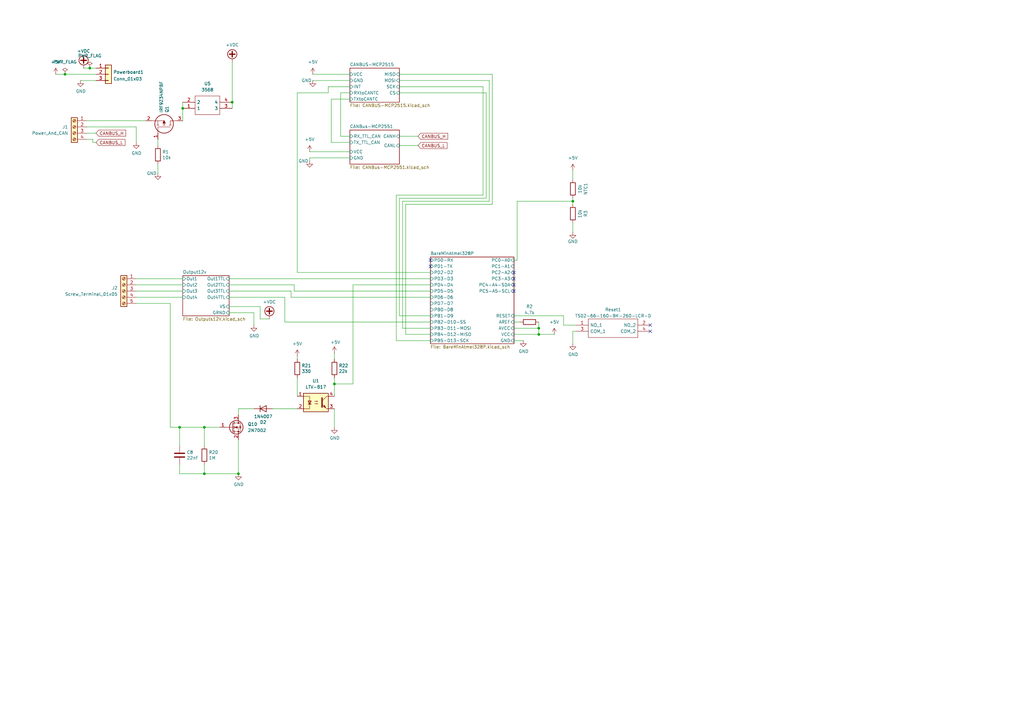
<source format=kicad_sch>
(kicad_sch (version 20231120) (generator "eeschema") (generator_version "8.0")
  (paper "A3")
  (lib_symbols
    (symbol "Connector:Screw_Terminal_01x04" (pin_names (offset 1.016) hide)
      (property "Reference" "J" (at 0 5.08 0))
      (property "Value" "Screw_Terminal_01x04" (at 0 -7.62 0))
      (symbol "Screw_Terminal_01x04_1_1"
        (rectangle (start -1.27 3.81) (end 1.27 -6.35) (stroke (width 0.254)) (fill (type background)))
        (circle (center 0 -5.08) (radius 0.635) (stroke (width 0.1524)))
        (circle (center 0 -2.54) (radius 0.635) (stroke (width 0.1524)))
        (polyline (pts (xy -0.5334 -4.7498) (xy 0.3302 -5.588)) (stroke (width 0.1524)))
        (polyline (pts (xy -0.5334 -2.2098) (xy 0.3302 -3.048)) (stroke (width 0.1524)))
        (polyline (pts (xy -0.5334 0.3302) (xy 0.3302 -0.508)) (stroke (width 0.1524)))
        (polyline (pts (xy -0.5334 2.8702) (xy 0.3302 2.032)) (stroke (width 0.1524)))
        (polyline (pts (xy -0.3556 -4.572) (xy 0.508 -5.4102)) (stroke (width 0.1524)))
        (polyline (pts (xy -0.3556 -2.032) (xy 0.508 -2.8702)) (stroke (width 0.1524)))
        (polyline (pts (xy -0.3556 0.508) (xy 0.508 -0.3302)) (stroke (width 0.1524)))
        (polyline (pts (xy -0.3556 3.048) (xy 0.508 2.2098)) (stroke (width 0.1524)))
        (circle (center 0 0) (radius 0.635) (stroke (width 0.1524)))
        (circle (center 0 2.54) (radius 0.635) (stroke (width 0.1524)))
        (pin passive line (at -5.08 2.54 0) (length 3.81) (name "Pin_1") (number "1"))
        (pin passive line (at -5.08 0 0) (length 3.81) (name "Pin_2") (number "2"))
        (pin passive line (at -5.08 -2.54 0) (length 3.81) (name "Pin_3") (number "3"))
        (pin passive line (at -5.08 -5.08 0) (length 3.81) (name "Pin_4") (number "4"))
      )
    )
    (symbol "Connector:Screw_Terminal_01x05" (pin_names (offset 1.016) hide)
      (property "Reference" "J" (at 0 7.62 0))
      (property "Value" "Screw_Terminal_01x05" (at 0 -7.62 0))
      (symbol "Screw_Terminal_01x05_1_1"
        (rectangle (start -1.27 6.35) (end 1.27 -6.35) (stroke (width 0.254)) (fill (type background)))
        (circle (center 0 -5.08) (radius 0.635) (stroke (width 0.1524)))
        (circle (center 0 -2.54) (radius 0.635) (stroke (width 0.1524)))
        (polyline (pts (xy -0.5334 -4.7498) (xy 0.3302 -5.588)) (stroke (width 0.1524)))
        (polyline (pts (xy -0.5334 -2.2098) (xy 0.3302 -3.048)) (stroke (width 0.1524)))
        (polyline (pts (xy -0.5334 0.3302) (xy 0.3302 -0.508)) (stroke (width 0.1524)))
        (polyline (pts (xy -0.5334 2.8702) (xy 0.3302 2.032)) (stroke (width 0.1524)))
        (polyline (pts (xy -0.5334 5.4102) (xy 0.3302 4.572)) (stroke (width 0.1524)))
        (polyline (pts (xy -0.3556 -4.572) (xy 0.508 -5.4102)) (stroke (width 0.1524)))
        (polyline (pts (xy -0.3556 -2.032) (xy 0.508 -2.8702)) (stroke (width 0.1524)))
        (polyline (pts (xy -0.3556 0.508) (xy 0.508 -0.3302)) (stroke (width 0.1524)))
        (polyline (pts (xy -0.3556 3.048) (xy 0.508 2.2098)) (stroke (width 0.1524)))
        (polyline (pts (xy -0.3556 5.588) (xy 0.508 4.7498)) (stroke (width 0.1524)))
        (circle (center 0 0) (radius 0.635) (stroke (width 0.1524)))
        (circle (center 0 2.54) (radius 0.635) (stroke (width 0.1524)))
        (circle (center 0 5.08) (radius 0.635) (stroke (width 0.1524)))
        (pin passive line (at -5.08 5.08 0) (length 3.81) (name "Pin_1") (number "1"))
        (pin passive line (at -5.08 2.54 0) (length 3.81) (name "Pin_2") (number "2"))
        (pin passive line (at -5.08 0 0) (length 3.81) (name "Pin_3") (number "3"))
        (pin passive line (at -5.08 -2.54 0) (length 3.81) (name "Pin_4") (number "4"))
        (pin passive line (at -5.08 -5.08 0) (length 3.81) (name "Pin_5") (number "5"))
      )
    )
    (symbol "Connector_Generic:Conn_01x03" (pin_names (offset 1.016) hide)
      (property "Reference" "J" (at 0 5.08 0))
      (property "Value" "Conn_01x03" (at 0 -5.08 0))
      (symbol "Conn_01x03_1_1"
        (rectangle (start -1.27 -2.413) (end 0 -2.667) (stroke (width 0.1524)))
        (rectangle (start -1.27 0.127) (end 0 -0.127) (stroke (width 0.1524)))
        (rectangle (start -1.27 2.667) (end 0 2.413) (stroke (width 0.1524)))
        (rectangle (start -1.27 3.81) (end 1.27 -3.81) (stroke (width 0.254)) (fill (type background)))
        (pin passive line (at -5.08 2.54 0) (length 3.81) (name "Pin_1") (number "1"))
        (pin passive line (at -5.08 0 0) (length 3.81) (name "Pin_2") (number "2"))
        (pin passive line (at -5.08 -2.54 0) (length 3.81) (name "Pin_3") (number "3"))
      )
    )
    (symbol "Device:C" (pin_numbers hide) (pin_names (offset 0.254))
      (property "Reference" "C" (at 0.635 2.54 0))
      (property "Value" "C" (at 0.635 -2.54 0))
      (symbol "C_0_1"
        (polyline (pts (xy -2.032 -0.762) (xy 2.032 -0.762)) (stroke (width 0.508)))
        (polyline (pts (xy -2.032 0.762) (xy 2.032 0.762)) (stroke (width 0.508)))
      )
      (symbol "C_1_1"
        (pin passive line (at 0 3.81 270) (length 2.794) (name "~") (number "1"))
        (pin passive line (at 0 -3.81 90) (length 2.794) (name "~") (number "2"))
      )
    )
    (symbol "Device:R" (pin_numbers hide) (pin_names (offset 0))
      (property "Reference" "R" (at 2.032 0 90))
      (property "Value" "R" (at 0 0 90))
      (symbol "R_0_1"
        (rectangle (start -1.016 -2.54) (end 1.016 2.54) (stroke (width 0.254)))
      )
      (symbol "R_1_1"
        (pin passive line (at 0 3.81 270) (length 1.27) (name "~") (number "1"))
        (pin passive line (at 0 -3.81 90) (length 1.27) (name "~") (number "2"))
      )
    )
    (symbol "Diode:1N4007" (pin_numbers hide) (pin_names (offset 1.016) hide)
      (property "Reference" "D" (at 0 2.54 0))
      (property "Value" "1N4007" (at 0 -2.54 0))
      (symbol "1N4007_0_1"
        (polyline (pts (xy -1.27 1.27) (xy -1.27 -1.27)) (stroke (width 0.254)))
        (polyline (pts (xy 1.27 0) (xy -1.27 0)))
        (polyline (pts (xy 1.27 1.27) (xy 1.27 -1.27) (xy -1.27 0) (xy 1.27 1.27)) (stroke (width 0.254)))
      )
      (symbol "1N4007_1_1"
        (pin passive line (at -3.81 0 0) (length 2.54) (name "K") (number "1"))
        (pin passive line (at 3.81 0 180) (length 2.54) (name "A") (number "2"))
      )
    )
    (symbol "Isolator:LTV-817" (pin_names (offset 1.016))
      (property "Reference" "U" (at -5.08 5.08 0))
      (property "Value" "LTV-817" (at 0 5.08 0))
      (symbol "LTV-817_0_1"
        (rectangle (start -5.08 3.81) (end 5.08 -3.81) (stroke (width 0.254)) (fill (type background)))
        (polyline (pts (xy -3.175 -0.635) (xy -1.905 -0.635)) (stroke (width 0.254)))
        (polyline (pts (xy 2.54 0.635) (xy 4.445 2.54)))
        (polyline (pts (xy 4.445 -2.54) (xy 2.54 -0.635)) (fill (type outline)))
        (polyline (pts (xy 4.445 -2.54) (xy 5.08 -2.54)))
        (polyline (pts (xy 4.445 2.54) (xy 5.08 2.54)))
        (polyline (pts (xy -5.08 2.54) (xy -2.54 2.54) (xy -2.54 -0.762)))
        (polyline (pts (xy -2.54 -0.635) (xy -2.54 -2.54) (xy -5.08 -2.54)))
        (polyline (pts (xy 2.54 1.905) (xy 2.54 -1.905) (xy 2.54 -1.905)) (stroke (width 0.508)))
        (polyline (pts (xy -2.54 -0.635) (xy -3.175 0.635) (xy -1.905 0.635) (xy -2.54 -0.635)) (stroke (width 0.254)))
        (polyline (pts (xy -0.508 -0.508) (xy 0.762 -0.508) (xy 0.381 -0.635) (xy 0.381 -0.381) (xy 0.762 -0.508)))
        (polyline (pts (xy -0.508 0.508) (xy 0.762 0.508) (xy 0.381 0.381) (xy 0.381 0.635) (xy 0.762 0.508)))
        (polyline (pts (xy 3.048 -1.651) (xy 3.556 -1.143) (xy 4.064 -2.159) (xy 3.048 -1.651) (xy 3.048 -1.651)) (fill (type outline)))
      )
      (symbol "LTV-817_1_1"
        (pin passive line (at -7.62 2.54 0) (length 2.54) (name "~") (number "1"))
        (pin passive line (at -7.62 -2.54 0) (length 2.54) (name "~") (number "2"))
        (pin passive line (at 7.62 -2.54 180) (length 2.54) (name "~") (number "3"))
        (pin passive line (at 7.62 2.54 180) (length 2.54) (name "~") (number "4"))
      )
    )
    (symbol "SamacSys_Parts:3568" (pin_names (offset 0.762))
      (property "Reference" "U" (at 16.51 7.62 0))
      (property "Value" "3568" (at 16.51 5.08 0))
      (symbol "3568_0_0"
        (pin passive line (at 0 -2.54 0) (length 5.08) (name "1") (number "1"))
        (pin passive line (at 0 0 0) (length 5.08) (name "2") (number "2"))
        (pin passive line (at 20.32 -2.54 180) (length 5.08) (name "3") (number "3"))
        (pin passive line (at 20.32 0 180) (length 5.08) (name "4") (number "4"))
      )
      (symbol "3568_0_1"
        (polyline (pts (xy 5.08 2.54) (xy 15.24 2.54) (xy 15.24 -5.08) (xy 5.08 -5.08) (xy 5.08 2.54)) (stroke (width 0.1524)))
      )
    )
    (symbol "SamacSys_Parts:IRF9Z34NPBF" (pin_names (offset 0.762))
      (property "Reference" "Q" (at 11.43 3.81 0))
      (property "Value" "IRF9Z34NPBF" (at 11.43 1.27 0))
      (symbol "IRF9Z34NPBF_0_0"
        (pin passive line (at 0 0 0) (length 2.54) (name "~") (number "1"))
        (pin passive line (at 7.62 -5.08 90) (length 2.54) (name "~") (number "2"))
        (pin passive line (at 7.62 10.16 270) (length 2.54) (name "~") (number "3"))
      )
      (symbol "IRF9Z34NPBF_0_1"
        (polyline (pts (xy 5.842 -0.508) (xy 5.842 0.508)) (stroke (width 0.1524)))
        (polyline (pts (xy 5.842 0) (xy 7.62 0)) (stroke (width 0.1524)))
        (polyline (pts (xy 5.842 2.032) (xy 5.842 3.048)) (stroke (width 0.1524)))
        (polyline (pts (xy 5.842 5.588) (xy 5.842 4.572)) (stroke (width 0.1524)))
        (polyline (pts (xy 7.62 2.54) (xy 5.842 2.54)) (stroke (width 0.1524)))
        (polyline (pts (xy 7.62 2.54) (xy 7.62 -2.54)) (stroke (width 0.1524)))
        (polyline (pts (xy 7.62 5.08) (xy 5.842 5.08)) (stroke (width 0.1524)))
        (polyline (pts (xy 7.62 5.08) (xy 7.62 7.62)) (stroke (width 0.1524)))
        (polyline (pts (xy 2.54 0) (xy 5.08 0) (xy 5.08 5.08)) (stroke (width 0.1524)))
        (polyline (pts (xy 7.62 2.54) (xy 6.604 3.048) (xy 6.604 2.032) (xy 7.62 2.54)) (stroke (width 0.254)) (fill (type outline)))
        (circle (center 6.35 2.54) (radius 3.81) (stroke (width 0.254)))
      )
    )
    (symbol "SamacSys_Parts:TS02-66-160-BK-260-LCR-D" (pin_names (offset 0.762))
      (property "Reference" "S" (at 26.67 7.62 0))
      (property "Value" "TS02-66-160-BK-260-LCR-D" (at 26.67 5.08 0))
      (symbol "TS02-66-160-BK-260-LCR-D_0_0"
        (pin passive line (at 0 0 0) (length 5.08) (name "NO_1") (number "1"))
        (pin passive line (at 30.48 0 180) (length 5.08) (name "NO_2") (number "2"))
        (pin passive line (at 0 -2.54 0) (length 5.08) (name "COM_1") (number "3"))
        (pin passive line (at 30.48 -2.54 180) (length 5.08) (name "COM_2") (number "4"))
      )
      (symbol "TS02-66-160-BK-260-LCR-D_0_1"
        (polyline (pts (xy 5.08 2.54) (xy 25.4 2.54) (xy 25.4 -5.08) (xy 5.08 -5.08) (xy 5.08 2.54)) (stroke (width 0.1524)))
      )
    )
    (symbol "Transistor_FET:2N7002" (pin_names hide)
      (property "Reference" "Q" (at 5.08 1.905 0))
      (property "Value" "2N7002" (at 5.08 0 0))
      (symbol "2N7002_0_1"
        (polyline (pts (xy 0.254 0) (xy -2.54 0)))
        (polyline (pts (xy 0.254 1.905) (xy 0.254 -1.905)) (stroke (width 0.254)))
        (polyline (pts (xy 0.762 -1.27) (xy 0.762 -2.286)) (stroke (width 0.254)))
        (polyline (pts (xy 0.762 0.508) (xy 0.762 -0.508)) (stroke (width 0.254)))
        (polyline (pts (xy 0.762 2.286) (xy 0.762 1.27)) (stroke (width 0.254)))
        (polyline (pts (xy 2.54 2.54) (xy 2.54 1.778)))
        (polyline (pts (xy 2.54 -2.54) (xy 2.54 0) (xy 0.762 0)))
        (polyline (pts (xy 0.762 -1.778) (xy 3.302 -1.778) (xy 3.302 1.778) (xy 0.762 1.778)))
        (polyline (pts (xy 1.016 0) (xy 2.032 0.381) (xy 2.032 -0.381) (xy 1.016 0)) (fill (type outline)))
        (polyline (pts (xy 2.794 0.508) (xy 2.921 0.381) (xy 3.683 0.381) (xy 3.81 0.254)))
        (polyline (pts (xy 3.302 0.381) (xy 2.921 -0.254) (xy 3.683 -0.254) (xy 3.302 0.381)))
        (circle (center 1.651 0) (radius 2.794) (stroke (width 0.254)))
        (circle (center 2.54 -1.778) (radius 0.254) (fill (type outline)))
        (circle (center 2.54 1.778) (radius 0.254) (fill (type outline)))
      )
      (symbol "2N7002_1_1"
        (pin input line (at -5.08 0 0) (length 2.54) (name "G") (number "1"))
        (pin passive line (at 2.54 -5.08 90) (length 2.54) (name "S") (number "2"))
        (pin passive line (at 2.54 5.08 270) (length 2.54) (name "D") (number "3"))
      )
    )
    (symbol "power:+5V" (power) (pin_numbers hide) (pin_names (offset 0) hide)
      (property "Value" "+5V" (at 0 3.556 0))
      (symbol "+5V_0_1"
        (polyline (pts (xy -0.762 1.27) (xy 0 2.54)))
        (polyline (pts (xy 0 0) (xy 0 2.54)))
        (polyline (pts (xy 0 2.54) (xy 0.762 1.27)))
      )
      (symbol "+5V_1_1"
        (pin power_in line (at 0 0 90) (length 0) (name "~") (number "1"))
      )
    )
    (symbol "power:+VDC" (power) (pin_numbers hide) (pin_names (offset 0) hide)
      (property "Value" "+VDC" (at 0 6.35 0))
      (symbol "+VDC_0_1"
        (polyline (pts (xy -1.143 3.175) (xy 1.143 3.175)) (stroke (width 0.508)))
        (polyline (pts (xy 0 0) (xy 0 1.27)))
        (polyline (pts (xy 0 2.032) (xy 0 4.318)) (stroke (width 0.508)))
        (circle (center 0 3.175) (radius 1.905) (stroke (width 0.254)))
      )
      (symbol "+VDC_1_1"
        (pin power_in line (at 0 0 90) (length 0) (name "~") (number "1"))
      )
    )
    (symbol "power:GND" (power) (pin_numbers hide) (pin_names (offset 0) hide)
      (property "Value" "GND" (at 0 -3.81 0))
      (symbol "GND_0_1"
        (polyline (pts (xy 0 0) (xy 0 -1.27) (xy 1.27 -1.27) (xy 0 -2.54) (xy -1.27 -1.27) (xy 0 -1.27)))
      )
      (symbol "GND_1_1"
        (pin power_in line (at 0 0 270) (length 0) (name "~") (number "1"))
      )
    )
    (symbol "power:PWR_FLAG" (power) (pin_numbers hide) (pin_names (offset 0) hide)
      (property "Value" "PWR_FLAG" (at 0 3.81 0))
      (symbol "PWR_FLAG_0_0"
        (pin power_out line (at 0 0 90) (length 0) (name "~") (number "1"))
      )
      (symbol "PWR_FLAG_0_1"
        (polyline (pts (xy 0 0) (xy 0 1.27) (xy -1.016 1.905) (xy 0 2.54) (xy 1.016 1.905) (xy 0 1.27)))
      )
    )
  )
  (junction (at 97.79 194.31))
  (junction (at 234.95 82.55))
  (junction (at 95.25 41.91))
  (junction (at 83.82 175.26))
  (junction (at 74.93 44.45))
  (junction (at 36.83 27.94))
  (junction (at 83.82 194.31))
  (junction (at 137.16 157.48))
  (junction (at 220.98 134.62))
  (junction (at 26.67 30.48))
  (junction (at 220.98 137.16))
  (junction (at 73.66 175.26))
  (no_connect (at 176.53 106.68))
  (no_connect (at 176.53 109.22))
  (no_connect (at 210.82 114.3))
  (no_connect (at 210.82 119.38))
  (no_connect (at 210.82 111.76))
  (no_connect (at 266.7 135.89))
  (no_connect (at 266.7 133.35))
  (no_connect (at 210.82 116.84))
  (wire (pts (xy 34.29 27.94) (xy 36.83 27.94)))
  (wire (pts (xy 35.56 52.07) (xy 55.88 52.07)))
  (wire (pts (xy 128.27 33.02) (xy 143.51 33.02)))
  (wire (pts (xy 121.92 146.05) (xy 121.92 147.32)))
  (wire (pts (xy 121.92 154.94) (xy 121.92 162.56)))
  (wire (pts (xy 55.88 124.46) (xy 69.85 124.46)))
  (wire (pts (xy 95.25 41.91) (xy 95.25 44.45)))
  (wire (pts (xy 231.14 129.54) (xy 231.14 133.35)))
  (wire (pts (xy 176.53 111.76) (xy 121.92 111.76)))
  (wire (pts (xy 26.67 30.48) (xy 39.37 30.48)))
  (wire (pts (xy 176.53 129.54) (xy 163.83 129.54)))
  (wire (pts (xy 212.09 106.68) (xy 212.09 82.55)))
  (wire (pts (xy 200.66 33.02) (xy 200.66 82.55)))
  (wire (pts (xy 120.65 119.38) (xy 120.65 116.84)))
  (wire (pts (xy 38.1 58.42) (xy 38.1 57.15)))
  (wire (pts (xy 234.95 82.55) (xy 234.95 83.82)))
  (wire (pts (xy 234.95 135.89) (xy 234.95 140.97)))
  (wire (pts (xy 176.53 116.84) (xy 144.78 116.84)))
  (wire (pts (xy 137.16 167.64) (xy 137.16 175.26)))
  (wire (pts (xy 93.98 119.38) (xy 119.38 119.38)))
  (wire (pts (xy 143.51 64.77) (xy 127 64.77)))
  (wire (pts (xy 55.88 58.42) (xy 55.88 52.07)))
  (wire (pts (xy 234.95 81.28) (xy 234.95 82.55)))
  (wire (pts (xy 210.82 139.7) (xy 214.63 139.7)))
  (wire (pts (xy 139.7 38.1) (xy 143.51 38.1)))
  (wire (pts (xy 83.82 175.26) (xy 90.17 175.26)))
  (wire (pts (xy 163.83 81.28) (xy 199.39 81.28)))
  (wire (pts (xy 127 62.23) (xy 143.51 62.23)))
  (wire (pts (xy 198.12 35.56) (xy 163.83 35.56)))
  (wire (pts (xy 104.14 133.35) (xy 104.14 128.27)))
  (wire (pts (xy 163.83 129.54) (xy 163.83 81.28)))
  (wire (pts (xy 106.68 125.73) (xy 106.68 130.81)))
  (wire (pts (xy 210.82 132.08) (xy 213.36 132.08)))
  (wire (pts (xy 128.27 30.48) (xy 143.51 30.48)))
  (wire (pts (xy 220.98 137.16) (xy 227.33 137.16)))
  (wire (pts (xy 73.66 190.5) (xy 73.66 194.31)))
  (wire (pts (xy 198.12 80.01) (xy 198.12 35.56)))
  (wire (pts (xy 69.85 175.26) (xy 73.66 175.26)))
  (wire (pts (xy 144.78 157.48) (xy 137.16 157.48)))
  (wire (pts (xy 121.92 38.1) (xy 134.62 38.1)))
  (wire (pts (xy 55.88 119.38) (xy 74.93 119.38)))
  (wire (pts (xy 127 64.77) (xy 127 66.04)))
  (wire (pts (xy 163.83 33.02) (xy 200.66 33.02)))
  (wire (pts (xy 104.14 167.64) (xy 97.79 167.64)))
  (wire (pts (xy 83.82 182.88) (xy 83.82 175.26)))
  (wire (pts (xy 234.95 91.44) (xy 234.95 95.25)))
  (wire (pts (xy 55.88 116.84) (xy 74.93 116.84)))
  (wire (pts (xy 165.1 82.55) (xy 165.1 134.62)))
  (wire (pts (xy 38.1 57.15) (xy 35.56 57.15)))
  (wire (pts (xy 162.56 80.01) (xy 198.12 80.01)))
  (wire (pts (xy 93.98 125.73) (xy 106.68 125.73)))
  (wire (pts (xy 74.93 44.45) (xy 74.93 49.53)))
  (wire (pts (xy 143.51 55.88) (xy 139.7 55.88)))
  (wire (pts (xy 210.82 106.68) (xy 212.09 106.68)))
  (wire (pts (xy 176.53 139.7) (xy 162.56 139.7)))
  (wire (pts (xy 210.82 129.54) (xy 231.14 129.54)))
  (wire (pts (xy 135.89 40.64) (xy 135.89 58.42)))
  (wire (pts (xy 220.98 134.62) (xy 220.98 137.16)))
  (wire (pts (xy 121.92 111.76) (xy 121.92 38.1)))
  (wire (pts (xy 22.86 30.48) (xy 26.67 30.48)))
  (wire (pts (xy 83.82 190.5) (xy 83.82 194.31)))
  (wire (pts (xy 176.53 137.16) (xy 166.37 137.16)))
  (wire (pts (xy 137.16 157.48) (xy 137.16 162.56)))
  (wire (pts (xy 73.66 182.88) (xy 73.66 175.26)))
  (wire (pts (xy 165.1 134.62) (xy 176.53 134.62)))
  (wire (pts (xy 234.95 69.85) (xy 234.95 73.66)))
  (wire (pts (xy 97.79 180.34) (xy 97.79 194.31)))
  (wire (pts (xy 35.56 49.53) (xy 59.69 49.53)))
  (wire (pts (xy 36.83 27.94) (xy 39.37 27.94)))
  (wire (pts (xy 163.83 59.69) (xy 171.45 59.69)))
  (wire (pts (xy 111.76 167.64) (xy 121.92 167.64)))
  (wire (pts (xy 33.02 33.02) (xy 39.37 33.02)))
  (wire (pts (xy 116.84 121.92) (xy 116.84 132.08)))
  (wire (pts (xy 162.56 139.7) (xy 162.56 80.01)))
  (wire (pts (xy 119.38 119.38) (xy 119.38 121.92)))
  (wire (pts (xy 93.98 114.3) (xy 176.53 114.3)))
  (wire (pts (xy 74.93 41.91) (xy 74.93 44.45)))
  (wire (pts (xy 134.62 35.56) (xy 143.51 35.56)))
  (wire (pts (xy 139.7 55.88) (xy 139.7 38.1)))
  (wire (pts (xy 73.66 175.26) (xy 83.82 175.26)))
  (wire (pts (xy 73.66 194.31) (xy 83.82 194.31)))
  (wire (pts (xy 97.79 170.18) (xy 97.79 167.64)))
  (wire (pts (xy 166.37 137.16) (xy 166.37 83.82)))
  (wire (pts (xy 55.88 114.3) (xy 74.93 114.3)))
  (wire (pts (xy 39.37 58.42) (xy 38.1 58.42)))
  (wire (pts (xy 166.37 83.82) (xy 201.93 83.82)))
  (wire (pts (xy 64.77 67.31) (xy 64.77 71.12)))
  (wire (pts (xy 236.22 135.89) (xy 234.95 135.89)))
  (wire (pts (xy 93.98 121.92) (xy 116.84 121.92)))
  (wire (pts (xy 199.39 81.28) (xy 199.39 38.1)))
  (wire (pts (xy 135.89 58.42) (xy 143.51 58.42)))
  (wire (pts (xy 137.16 154.94) (xy 137.16 157.48)))
  (wire (pts (xy 134.62 38.1) (xy 134.62 35.56)))
  (wire (pts (xy 120.65 116.84) (xy 93.98 116.84)))
  (wire (pts (xy 137.16 144.78) (xy 137.16 147.32)))
  (wire (pts (xy 200.66 82.55) (xy 165.1 82.55)))
  (wire (pts (xy 83.82 194.31) (xy 97.79 194.31)))
  (wire (pts (xy 163.83 30.48) (xy 201.93 30.48)))
  (wire (pts (xy 106.68 130.81) (xy 110.49 130.81)))
  (wire (pts (xy 104.14 128.27) (xy 93.98 128.27)))
  (wire (pts (xy 143.51 40.64) (xy 135.89 40.64)))
  (wire (pts (xy 163.83 55.88) (xy 171.45 55.88)))
  (wire (pts (xy 201.93 83.82) (xy 201.93 30.48)))
  (wire (pts (xy 35.56 54.61) (xy 39.37 54.61)))
  (wire (pts (xy 231.14 133.35) (xy 236.22 133.35)))
  (wire (pts (xy 95.25 25.4) (xy 95.25 41.91)))
  (wire (pts (xy 212.09 82.55) (xy 234.95 82.55)))
  (wire (pts (xy 116.84 132.08) (xy 176.53 132.08)))
  (wire (pts (xy 119.38 121.92) (xy 176.53 121.92)))
  (wire (pts (xy 64.77 59.69) (xy 64.77 57.15)))
  (wire (pts (xy 176.53 119.38) (xy 120.65 119.38)))
  (wire (pts (xy 210.82 134.62) (xy 220.98 134.62)))
  (wire (pts (xy 144.78 116.84) (xy 144.78 157.48)))
  (wire (pts (xy 220.98 132.08) (xy 220.98 134.62)))
  (wire (pts (xy 69.85 124.46) (xy 69.85 175.26)))
  (wire (pts (xy 55.88 121.92) (xy 74.93 121.92)))
  (wire (pts (xy 210.82 137.16) (xy 220.98 137.16)))
  (wire (pts (xy 199.39 38.1) (xy 163.83 38.1)))
  (global_label "CANBUS_H" (shape input) (at 39.37 54.61 0) (property "Intersheetrefs" "${INTERSHEET_REFS}" (effects (hide yes))))
  (global_label "CANBUS_H" (shape input) (at 171.45 55.88 0) (property "Intersheetrefs" "${INTERSHEET_REFS}" (effects (hide yes))))
  (global_label "CANBUS_L" (shape input) (at 171.45 59.69 0) (property "Intersheetrefs" "${INTERSHEET_REFS}" (effects (hide yes))))
  (global_label "CANBUS_L" (shape input) (at 39.37 58.42 0) (property "Intersheetrefs" "${INTERSHEET_REFS}" (effects (hide yes))))
  (symbol (lib_id "Device:C") (at 73.66 186.69 0) (unit 1)
    (property "Reference" "C8" (at 76.581 185.5216 0) (effects (justify left)))
    (property "Value" "22nF" (at 76.581 187.833 0) (effects (justify left)))
    (property "Footprint" "Resistor_SMD:R_1206_3216Metric_Pad1.30x1.75mm_HandSolder" (effects (hide yes)))
  )
  (symbol (lib_id "power:+5V") (at 22.86 30.48 0) (unit 1)
    (property "Reference" "#PWR01" (effects (hide yes)))
    (property "Value" "+5V" (at 22.86 25.4 0))
    (property "Description" "Power symbol creates a global label with name \"+5V\"" (effects (hide yes)))
  )
  (symbol (lib_id "SamacSys_Parts:IRF9Z34NPBF") (at 64.77 57.15 270) (mirror x) (unit 1)
    (property "Reference" "Q1" (at 68.4784 46.228 0) (effects (justify left)))
    (property "Value" "IRF9Z34NPBF" (at 66.167 46.228 0) (effects (justify left)))
    (property "Footprint" "TO254P469X1042X1967-3P" (effects (hide yes)))
    (property "Datasheet" "https://www.infineon.com/dgdl/irf9z34npbf.pdf?fileId=5546d462533600a40153561220af1ddd" (effects (hide yes)))
    (property "Description" "MOSFET MOSFT PCh -55V -17A 100mOhm 23.3nC" (effects (hide yes)))
    (property "Height" "4.69" (effects (hide yes)))
    (property "Mouser Part Number" "942-IRF9Z34NPBF" (effects (hide yes)))
    (property "Mouser Price/Stock" "https://www.mouser.co.uk/ProductDetail/Infineon-Technologies/IRF9Z34NPBF?qs=9%252BKlkBgLFf16a%2FvlD%252BMCtQ%3D%3D" (effects (hide yes)))
    (property "Manufacturer_Name" "Infineon" (effects (hide yes)))
    (property "Manufacturer_Part_Number" "IRF9Z34NPBF" (effects (hide yes)))
  )
  (symbol (lib_id "power:PWR_FLAG") (at 36.83 27.94 0) (unit 1)
    (property "Reference" "#FLG02" (effects (hide yes)))
    (property "Value" "PWR_FLAG" (at 36.83 22.86 0))
    (property "Description" "Special symbol for telling ERC where power comes from" (effects (hide yes)))
  )
  (symbol (lib_id "Transistor_FET:2N7002") (at 95.25 175.26 0) (unit 1)
    (property "Reference" "Q10" (at 101.6 173.9899 0) (effects (justify left)))
    (property "Value" "2N7002" (at 101.6 176.5299 0) (effects (justify left)))
    (property "Footprint" "Package_TO_SOT_SMD:SOT-23" (effects (hide yes)))
    (property "Datasheet" "https://www.onsemi.com/pub/Collateral/NDS7002A-D.PDF" (effects (hide yes)))
    (property "Description" "0.115A Id, 60V Vds, N-Channel MOSFET, SOT-23" (effects (hide yes)))
  )
  (symbol (lib_id "Connector:Screw_Terminal_01x05") (at 50.8 119.38 0) (mirror y) (unit 1)
    (property "Reference" "J2" (at 48.26 118.1099 0) (effects (justify left)))
    (property "Value" "Screw_Terminal_01x05" (at 48.26 120.6499 0) (effects (justify left)))
    (property "Footprint" "TerminalBlock_Phoenix:TerminalBlock_Phoenix_MKDS-3-5-5.08_1x05_P5.08mm_Horizontal" (effects (hide yes)))
    (property "Description" "Generic screw terminal, single row, 01x05, script generated (kicad-library-utils/schlib/autogen/connector/)" (effects (hide yes)))
  )
  (symbol (lib_id "power:+VDC") (at 34.29 27.94 0) (unit 1)
    (property "Reference" "#PWR02" (effects (hide yes)))
    (property "Value" "+VDC" (at 34.29 20.955 0))
    (property "Description" "Power symbol creates a global label with name \"+VDC\"" (effects (hide yes)))
  )
  (symbol (lib_id "SamacSys_Parts:TS02-66-160-BK-260-LCR-D") (at 236.22 133.35 0) (unit 1)
    (property "Reference" "Reset1" (at 251.46 127 0))
    (property "Value" "TS02-66-160-BK-260-LCR-D" (at 251.46 129.54 0))
    (property "Footprint" "TS0266160BK260LCRD" (effects (hide yes)))
    (property "Datasheet" "https://www.cuidevices.com/product/resource/ts02.pdf" (effects (hide yes)))
    (property "Description" "Tactile Switches 6 x 6 mm, 16 mm Act Height, 260 gf, Black, Long Crimped, Through Hole, SPST," (effects (hide yes)))
    (property "Height" "16.2" (effects (hide yes)))
    (property "Mouser Part Number" "179-TS0266160BK260LC" (effects (hide yes)))
    (property "Mouser Price/Stock" "https://www.mouser.co.uk/ProductDetail/CUI-Devices/TS02-66-160-BK-260-LCR-D?qs=A6eO%252BMLsxmR2iSh4nOToMQ%3D%3D" (effects (hide yes)))
    (property "Manufacturer_Name" "CUI Devices" (effects (hide yes)))
    (property "Manufacturer_Part_Number" "TS02-66-160-BK-260-LCR-D" (effects (hide yes)))
  )
  (symbol (lib_id "power:GND") (at 234.95 140.97 0) (unit 1)
    (property "Reference" "#PWR021" (effects (hide yes)))
    (property "Value" "GND" (at 235.077 145.3642 0))
    (property "Description" "Power symbol creates a global label with name \"GND\" , ground" (effects (hide yes)))
  )
  (symbol (lib_id "power:+5V") (at 127 62.23 0) (unit 1)
    (property "Reference" "#PWR013" (effects (hide yes)))
    (property "Value" "+5V" (at 127 57.15 0))
    (property "Description" "Power symbol creates a global label with name \"+5V\"" (effects (hide yes)))
  )
  (symbol (lib_id "power:GND") (at 33.02 33.02 0) (unit 1)
    (property "Reference" "#PWR03" (effects (hide yes)))
    (property "Value" "GND" (at 33.147 37.4142 0))
    (property "Description" "Power symbol creates a global label with name \"GND\" , ground" (effects (hide yes)))
  )
  (symbol (lib_id "power:+5V") (at 121.92 146.05 0) (unit 1)
    (property "Reference" "#PWR09" (effects (hide yes)))
    (property "Value" "+5V" (at 121.92 140.97 0))
    (property "Description" "Power symbol creates a global label with name \"+5V\"" (effects (hide yes)))
  )
  (symbol (lib_id "power:GND") (at 97.79 194.31 0) (unit 1)
    (property "Reference" "#PWR07" (effects (hide yes)))
    (property "Value" "GND" (at 97.917 198.7042 0))
  )
  (symbol (lib_id "power:PWR_FLAG") (at 26.67 30.48 0) (unit 1)
    (property "Reference" "#FLG01" (effects (hide yes)))
    (property "Value" "PWR_FLAG" (at 26.67 25.4 0))
    (property "Description" "Special symbol for telling ERC where power comes from" (effects (hide yes)))
  )
  (symbol (lib_id "Device:R") (at 64.77 63.5 0) (unit 1)
    (property "Reference" "R1" (at 66.548 62.3316 0) (effects (justify left)))
    (property "Value" "10k" (at 66.548 64.643 0) (effects (justify left)))
    (property "Footprint" "Resistor_SMD:R_1206_3216Metric_Pad1.30x1.75mm_HandSolder" (effects (hide yes)))
    (property "Description" "Resistor" (effects (hide yes)))
  )
  (symbol (lib_id "Device:R") (at 121.92 151.13 0) (unit 1)
    (property "Reference" "R21" (at 123.698 149.9616 0) (effects (justify left)))
    (property "Value" "330" (at 123.698 152.273 0) (effects (justify left)))
    (property "Footprint" "Resistor_SMD:R_1206_3216Metric_Pad1.30x1.75mm_HandSolder" (effects (hide yes)))
  )
  (symbol (lib_id "power:GND") (at 55.88 58.42 0) (unit 1)
    (property "Reference" "#PWR06" (effects (hide yes)))
    (property "Value" "GND" (at 56.007 62.8142 0))
    (property "Description" "Power symbol creates a global label with name \"GND\" , ground" (effects (hide yes)))
  )
  (symbol (lib_id "Connector_Generic:Conn_01x03") (at 44.45 30.48 0) (unit 1)
    (property "Reference" "Powerboard1" (at 46.482 29.5715 0) (effects (justify left)))
    (property "Value" "Conn_01x03" (at 46.482 32.3466 0) (effects (justify left)))
    (property "Footprint" "Connector_PinHeader_2.54mm:PinHeader_1x03_P2.54mm_Vertical" (effects (hide yes)))
    (property "Description" "Generic connector, single row, 01x03, script generated (kicad-library-utils/schlib/autogen/connector/)" (effects (hide yes)))
  )
  (symbol (lib_id "Connector:Screw_Terminal_01x04") (at 30.48 52.07 0) (mirror y) (unit 1)
    (property "Reference" "J1" (at 27.94 52.0699 0) (effects (justify left)))
    (property "Value" "Power_And_CAN" (at 27.94 54.6099 0) (effects (justify left)))
    (property "Footprint" "TerminalBlock_Phoenix:TerminalBlock_Phoenix_MPT-0,5-4-2.54_1x04_P2.54mm_Horizontal" (effects (hide yes)))
    (property "Description" "Generic screw terminal, single row, 01x04, script generated (kicad-library-utils/schlib/autogen/connector/)" (effects (hide yes)))
  )
  (symbol (lib_id "power:GND") (at 104.14 133.35 0) (unit 1)
    (property "Reference" "#PWR05" (effects (hide yes)))
    (property "Value" "GND" (at 104.267 137.7442 0))
    (property "Description" "Power symbol creates a global label with name \"GND\" , ground" (effects (hide yes)))
  )
  (symbol (lib_id "power:GND") (at 128.27 33.02 0) (unit 1)
    (property "Reference" "#PWR016" (effects (hide yes)))
    (property "Value" "GND" (at 125.73 33.02 0))
    (property "Description" "Power symbol creates a global label with name \"GND\" , ground" (effects (hide yes)))
  )
  (symbol (lib_id "Isolator:LTV-817") (at 129.54 165.1 0) (unit 1)
    (property "Reference" "U1" (at 129.54 156.21 0))
    (property "Value" "LTV-817" (at 129.54 158.75 0))
    (property "Footprint" "Package_DIP:DIP-4_W7.62mm" (effects (hide yes)))
    (property "Datasheet" "http://www.us.liteon.com/downloads/LTV-817-827-847.PDF" (effects (hide yes)))
    (property "Description" "DC Optocoupler, Vce 35V, CTR 50%, DIP-4" (effects (hide yes)))
  )
  (symbol (lib_id "Diode:1N4007") (at 107.95 167.64 0) (mirror x) (unit 1)
    (property "Reference" "D2" (at 107.95 173.1518 0))
    (property "Value" "1N4007" (at 107.95 170.8404 0))
    (property "Footprint" "Diode_THT:D_DO-41_SOD81_P10.16mm_Horizontal" (effects (hide yes)))
    (property "Datasheet" "http://www.vishay.com/docs/88503/1n4001.pdf" (effects (hide yes)))
  )
  (symbol (lib_id "power:+VDC") (at 110.49 130.81 0) (unit 1)
    (property "Reference" "#PWR04" (effects (hide yes)))
    (property "Value" "+VDC" (at 110.49 123.825 0))
    (property "Description" "Power symbol creates a global label with name \"+VDC\"" (effects (hide yes)))
  )
  (symbol (lib_id "power:GND") (at 137.16 175.26 0) (unit 1)
    (property "Reference" "#PWR011" (effects (hide yes)))
    (property "Value" "GND" (at 137.287 179.6542 0))
  )
  (symbol (lib_id "Device:R") (at 217.17 132.08 90) (unit 1)
    (property "Reference" "R2" (at 217.17 125.73 90))
    (property "Value" "4.7k" (at 217.17 128.27 90))
    (property "Footprint" "Resistor_SMD:R_1206_3216Metric_Pad1.30x1.75mm_HandSolder" (effects (hide yes)))
    (property "Description" "Resistor" (effects (hide yes)))
  )
  (symbol (lib_id "power:+5V") (at 137.16 144.78 0) (unit 1)
    (property "Reference" "#PWR010" (effects (hide yes)))
    (property "Value" "+5V" (at 137.541 140.3858 0))
  )
  (symbol (lib_id "power:GND") (at 234.95 95.25 0) (unit 1)
    (property "Reference" "#PWR020" (effects (hide yes)))
    (property "Value" "GND" (at 234.95 99.06 0))
    (property "Description" "Power symbol creates a global label with name \"GND\" , ground" (effects (hide yes)))
  )
  (symbol (lib_id "power:GND") (at 64.77 71.12 0) (unit 1)
    (property "Reference" "#PWR08" (effects (hide yes)))
    (property "Value" "GND" (at 62.23 71.12 0))
    (property "Description" "Power symbol creates a global label with name \"GND\" , ground" (effects (hide yes)))
  )
  (symbol (lib_id "Device:R") (at 234.95 87.63 180) (unit 1)
    (property "Reference" "R3" (at 240.2078 87.63 90))
    (property "Value" "10k" (at 237.8964 87.63 90))
    (property "Footprint" "Resistor_SMD:R_1206_3216Metric_Pad1.30x1.75mm_HandSolder" (effects (hide yes)))
    (property "Description" "Resistor" (effects (hide yes)))
  )
  (symbol (lib_id "power:+5V") (at 227.33 137.16 0) (unit 1)
    (property "Reference" "#PWR018" (effects (hide yes)))
    (property "Value" "+5V" (at 227.33 132.08 0))
    (property "Description" "Power symbol creates a global label with name \"+5V\"" (effects (hide yes)))
  )
  (symbol (lib_id "power:GND") (at 214.63 139.7 0) (unit 1)
    (property "Reference" "#PWR017" (effects (hide yes)))
    (property "Value" "GND" (at 214.757 144.0942 0))
    (property "Description" "Power symbol creates a global label with name \"GND\" , ground" (effects (hide yes)))
  )
  (symbol (lib_id "Device:R") (at 83.82 186.69 0) (unit 1)
    (property "Reference" "R20" (at 85.598 185.5216 0) (effects (justify left)))
    (property "Value" "1M" (at 85.598 187.833 0) (effects (justify left)))
    (property "Footprint" "Resistor_SMD:R_1206_3216Metric_Pad1.30x1.75mm_HandSolder" (effects (hide yes)))
  )
  (symbol (lib_id "power:+VDC") (at 95.25 25.4 0) (unit 1)
    (property "Reference" "#PWR012" (effects (hide yes)))
    (property "Value" "+VDC" (at 95.25 18.415 0))
    (property "Description" "Power symbol creates a global label with name \"+VDC\"" (effects (hide yes)))
  )
  (symbol (lib_id "Device:R") (at 234.95 77.47 180) (unit 1)
    (property "Reference" "NTC1" (at 240.2078 77.47 90))
    (property "Value" "10k" (at 237.8964 77.47 90))
    (property "Footprint" "Resistor_THT:R_Axial_DIN0207_L6.3mm_D2.5mm_P2.54mm_Vertical" (effects (hide yes)))
    (property "Description" "Resistor" (effects (hide yes)))
  )
  (symbol (lib_id "Device:R") (at 137.16 151.13 0) (unit 1)
    (property "Reference" "R22" (at 138.938 149.9616 0) (effects (justify left)))
    (property "Value" "22k" (at 138.938 152.273 0) (effects (justify left)))
    (property "Footprint" "Resistor_SMD:R_1206_3216Metric_Pad1.30x1.75mm_HandSolder" (effects (hide yes)))
  )
  (symbol (lib_id "power:GND") (at 127 66.04 0) (unit 1)
    (property "Reference" "#PWR014" (effects (hide yes)))
    (property "Value" "GND" (at 124.46 66.04 0))
    (property "Description" "Power symbol creates a global label with name \"GND\" , ground" (effects (hide yes)))
  )
  (symbol (lib_id "power:+5V") (at 128.27 30.48 0) (unit 1)
    (property "Reference" "#PWR015" (effects (hide yes)))
    (property "Value" "+5V" (at 128.27 25.4 0))
    (property "Description" "Power symbol creates a global label with name \"+5V\"" (effects (hide yes)))
  )
  (symbol (lib_id "power:+5V") (at 234.95 69.85 0) (unit 1)
    (property "Reference" "#PWR019" (effects (hide yes)))
    (property "Value" "+5V" (at 234.95 64.77 0))
    (property "Description" "Power symbol creates a global label with name \"+5V\"" (effects (hide yes)))
  )
  (symbol (lib_id "SamacSys_Parts:3568") (at 74.93 41.91 0) (unit 1)
    (property "Reference" "U5" (at 85.09 34.29 0))
    (property "Value" "3568" (at 85.09 36.83 0))
    (property "Footprint" "3568" (effects (hide yes)))
    (property "Description" "Fuse Holder 30A 500V 1 Circuit Blade Through Hole" (effects (hide yes)))
    (property "Height" "7.5" (effects (hide yes)))
    (property "Mouser Part Number" "534-3568" (effects (hide yes)))
    (property "Mouser Price/Stock" "https://www.mouser.co.uk/ProductDetail/Keystone-Electronics/3568?qs=fP5bVVCrK%2Fd7nbA%2FPpwnKw%3D%3D" (effects (hide yes)))
    (property "Manufacturer_Name" "Keystone Electronics" (effects (hide yes)))
    (property "Manufacturer_Part_Number" "3568" (effects (hide yes)))
  )
  (sheet (at 143.51 53.34) (size 20.32 13.97) (stroke (width 0.1524))
    (property "Sheetname" "CANBus-MCP2551" (at 143.51 52.6284 0) (effects (justify left bottom)))
    (property "Sheetfile" "CANBus-MCP2551.kicad_sch" (at 143.51 67.8946 0) (effects (justify left top)))
    (pin "GND" input (at 143.51 64.77 180))
    (pin "VCC" input (at 143.51 62.23 180))
    (pin "CANH" input (at 163.83 55.88 0))
    (pin "TX_TTL_CAN" input (at 143.51 58.42 180))
    (pin "CANL" input (at 163.83 59.69 0))
    (pin "RX_TTL_CAN" input (at 143.51 55.88 180))
  )
  (sheet (at 143.51 27.94) (size 20.32 13.97) (stroke (width 0.1524))
    (property "Sheetname" "CANBUS-MCP2515" (at 143.51 27.2284 0) (effects (justify left bottom)))
    (property "Sheetfile" "CANBUS-MCP2515.kicad_sch" (at 143.51 42.4946 0) (effects (justify left top)))
    (pin "VCC" input (at 143.51 30.48 180))
    (pin "GND" input (at 143.51 33.02 180))
    (pin "RXtoCANTC" input (at 143.51 38.1 180))
    (pin "TXtoCANTC" input (at 143.51 40.64 180))
    (pin "MISO" input (at 163.83 30.48 0))
    (pin "INT" input (at 143.51 35.56 180))
    (pin "SCK" input (at 163.83 35.56 0))
    (pin "MOSI" input (at 163.83 33.02 0))
    (pin "CS" input (at 163.83 38.1 0))
  )
  (sheet (at 176.53 105.41) (size 34.29 35.56) (stroke (width 0.1524))
    (property "Sheetname" "BareMinAtmel328P" (at 176.53 104.6984 0) (effects (justify left bottom)))
    (property "Sheetfile" "BareMinAtmel328P.kicad_sch" (at 176.53 141.5546 0) (effects (justify left top)))
    (pin "PB3-D11-MOSI" input (at 176.53 134.62 180))
    (pin "PB4-D12-MISO" input (at 176.53 137.16 180))
    (pin "PB2-D10-SS" input (at 176.53 132.08 180))
    (pin "PB5-D13-SCK" input (at 176.53 139.7 180))
    (pin "PB1-D9" input (at 176.53 129.54 180))
    (pin "PB0-D8" input (at 176.53 127 180))
    (pin "PC4-A4-SDA" input (at 210.82 116.84 0))
    (pin "PC2-A2" input (at 210.82 111.76 0))
    (pin "PC3-A3" input (at 210.82 114.3 0))
    (pin "PC5-A5-SCL" input (at 210.82 119.38 0))
    (pin "PC1-A1" input (at 210.82 109.22 0))
    (pin "PC0-A0" input (at 210.82 106.68 0))
    (pin "AVCC" input (at 210.82 134.62 0))
    (pin "VCC" input (at 210.82 137.16 0))
    (pin "PD1-TX" input (at 176.53 109.22 180))
    (pin "PD2-D2" input (at 176.53 111.76 180))
    (pin "PD3-D3" input (at 176.53 114.3 180))
    (pin "PD4-D4" input (at 176.53 116.84 180))
    (pin "PD0-RX" input (at 176.53 106.68 180))
    (pin "GND" input (at 210.82 139.7 0))
    (pin "PD7-D7" input (at 176.53 124.46 180))
    (pin "PD6-D6" input (at 176.53 121.92 180))
    (pin "PD5-D5" input (at 176.53 119.38 180))
    (pin "AREF" input (at 210.82 132.08 0))
    (pin "RESET" input (at 210.82 129.54 0))
  )
  (sheet (at 74.93 113.03) (size 19.05 16.51) (stroke (width 0.1524))
    (property "Sheetname" "Output12v" (at 74.93 112.3184 0) (effects (justify left bottom)))
    (property "Sheetfile" "Outputs12V.kicad_sch" (at 74.93 130.1246 0) (effects (justify left top)))
    (pin "Out2" input (at 74.93 116.84 180))
    (pin "Out3TTL" input (at 93.98 119.38 0))
    (pin "VS" input (at 93.98 125.73 0))
    (pin "Out1" input (at 74.93 114.3 180))
    (pin "Out4" input (at 74.93 121.92 180))
    (pin "Out3" input (at 74.93 119.38 180))
    (pin "Out4TTL" input (at 93.98 121.92 0))
    (pin "Out1TTL" input (at 93.98 114.3 0))
    (pin "GRND" input (at 93.98 128.27 0))
    (pin "Out2TTL" input (at 93.98 116.84 0))
  )
)
</source>
